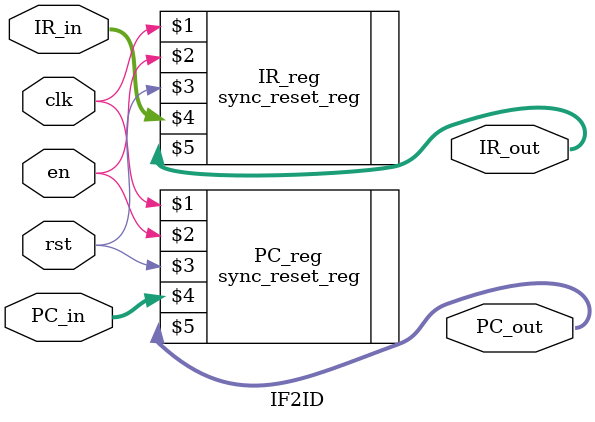
<source format=v>
module IF2ID(clk, en, rst, PC_in, PC_out, IR_in, IR_out);
    parameter WIDTH = 32;
    input clk, en, rst;
    input [WIDTH-1:0] PC_in, IR_in;
    output [WIDTH-1:0] PC_out, IR_out;
    
    sync_reset_reg #(.WIDTH(WIDTH)) PC_reg(clk, en, rst, PC_in, PC_out);
    sync_reset_reg #(.WIDTH(WIDTH)) IR_reg(clk, en, rst, IR_in, IR_out);

endmodule
</source>
